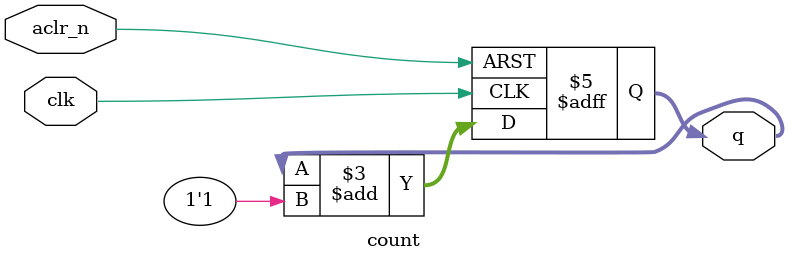
<source format=v>
/*******************************************************************************
* Copyright (C) 2018-2022 Intel Corporation
*
* This code and the related documents are Intel copyrighted materials, and 
* your use of them is governed by the express license under which they were 
* provided to you ("License"). Unless the License provides otherwise, you may 
* not use, modify, copy, publish, distribute, disclose or transmit this 
* code or the related documents without Intel's prior written permission.
*
* This code and the related documents are provided as is, with no express 
* or implied warranties, other than those that are expressly stated in the 
* License.
*
*******************************************************************************/

module count (
	input clk, aclr_n,
	output reg [7:0] q
);

initial q = 0;

always @(posedge clk, negedge aclr_n)
begin
	if (!aclr_n)
		q <= 0;
	else
		q <= q + 1'b1;
end

endmodule

</source>
